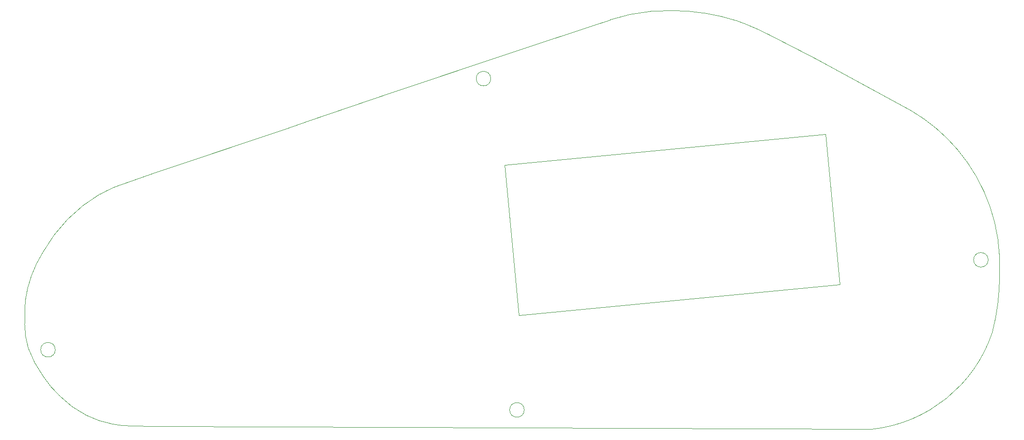
<source format=gbr>
%TF.GenerationSoftware,KiCad,Pcbnew,(6.0.1)*%
%TF.CreationDate,2022-02-21T20:53:04-05:00*%
%TF.ProjectId,uv_back,75765f62-6163-46b2-9e6b-696361645f70,rev?*%
%TF.SameCoordinates,Original*%
%TF.FileFunction,Profile,NP*%
%FSLAX46Y46*%
G04 Gerber Fmt 4.6, Leading zero omitted, Abs format (unit mm)*
G04 Created by KiCad (PCBNEW (6.0.1)) date 2022-02-21 20:53:04*
%MOMM*%
%LPD*%
G01*
G04 APERTURE LIST*
%TA.AperFunction,Profile*%
%ADD10C,0.100000*%
%TD*%
%TA.AperFunction,Profile*%
%ADD11C,0.120000*%
%TD*%
G04 APERTURE END LIST*
D10*
X135220701Y-64148447D02*
X115027701Y-70930247D01*
X200676501Y-131052047D02*
X72609701Y-130544047D01*
X72711301Y-85255847D02*
X68647301Y-86627447D01*
X176597301Y-58128647D02*
G75*
G03*
X165268901Y-56299847I-11644895J-36132681D01*
G01*
X222114102Y-113780047D02*
G75*
G03*
X223409501Y-103061247I-38401603J10078628D01*
G01*
X180051701Y-59500247D02*
X177791101Y-58535047D01*
X153915101Y-57950847D02*
X150841701Y-58941447D01*
X68647301Y-86627447D02*
X66742301Y-87313247D01*
X223409502Y-103061247D02*
G75*
G03*
X215891101Y-81090247I-31712417J1420006D01*
G01*
X68774301Y-130467847D02*
X72609701Y-130544047D01*
X221388326Y-100800647D02*
G75*
G03*
X221388326Y-100800647I-1300000J0D01*
G01*
X60544701Y-128562847D02*
G75*
G03*
X65243701Y-130137647I7746393J15316233D01*
G01*
X215891101Y-81090247D02*
G75*
G03*
X207636101Y-74156047I-24485964J-20769166D01*
G01*
X190541901Y-64859647D02*
X182109101Y-60465447D01*
X64075301Y-88456247D02*
X62983101Y-89040447D01*
X115027701Y-70930247D02*
X100092501Y-76035647D01*
X50181501Y-116548647D02*
G75*
G03*
X52873901Y-121628647I18887228J6756745D01*
G01*
X177791101Y-58535047D02*
X176597301Y-58128647D01*
X165268901Y-56299847D02*
G75*
G03*
X157496501Y-56985647I-1057901J-32396953D01*
G01*
X182109101Y-60465447D02*
X180051701Y-59500247D01*
X49546501Y-112383047D02*
G75*
G03*
X50181501Y-116548647I15251031J193653D01*
G01*
X157496501Y-56985647D02*
G75*
G03*
X153915101Y-57950847I10269788J-45233359D01*
G01*
X96003101Y-77407247D02*
X72711301Y-85255847D01*
X150841701Y-58941447D02*
X147996901Y-59881247D01*
X207636101Y-74156047D02*
X190541901Y-64859647D01*
X66742301Y-87313247D02*
X65523101Y-87770447D01*
X55744101Y-125057647D02*
G75*
G03*
X60544701Y-128562847I12811788J12506612D01*
G01*
X141316701Y-62141847D02*
X135220701Y-64148447D01*
X62983101Y-89040447D02*
G75*
G03*
X52797701Y-99454447I14127778J-24005565D01*
G01*
X65523101Y-87770447D02*
X64075301Y-88456247D01*
X138645179Y-127597647D02*
G75*
G03*
X138645179Y-127597647I-1300000J0D01*
G01*
X52873901Y-121628647D02*
G75*
G03*
X55744101Y-125057647I15740624J10259753D01*
G01*
X55002979Y-116853447D02*
G75*
G03*
X55002979Y-116853447I-1300000J0D01*
G01*
X49648101Y-108166647D02*
G75*
G03*
X49546501Y-112383047I44262793J-3175997D01*
G01*
X200676501Y-131052047D02*
G75*
G03*
X222114101Y-113780047I-2761130J25366972D01*
G01*
X52797701Y-99454447D02*
G75*
G03*
X49648101Y-108166647I18332229J-11552810D01*
G01*
X132676179Y-68441047D02*
G75*
G03*
X132676179Y-68441047I-1300000J0D01*
G01*
X147996901Y-59881247D02*
X141316701Y-62141847D01*
X100092501Y-76035647D02*
X96003101Y-77407247D01*
X65243701Y-130137647D02*
G75*
G03*
X68774301Y-130467847I3293549J16175404D01*
G01*
D11*
%TO.C,U3*%
X135138442Y-83842717D02*
X137726277Y-110718414D01*
X135138442Y-83842717D02*
X192373723Y-78331586D01*
X137726277Y-110718414D02*
X194961558Y-105207283D01*
X194961558Y-105207283D02*
X192373723Y-78331586D01*
%TD*%
M02*

</source>
